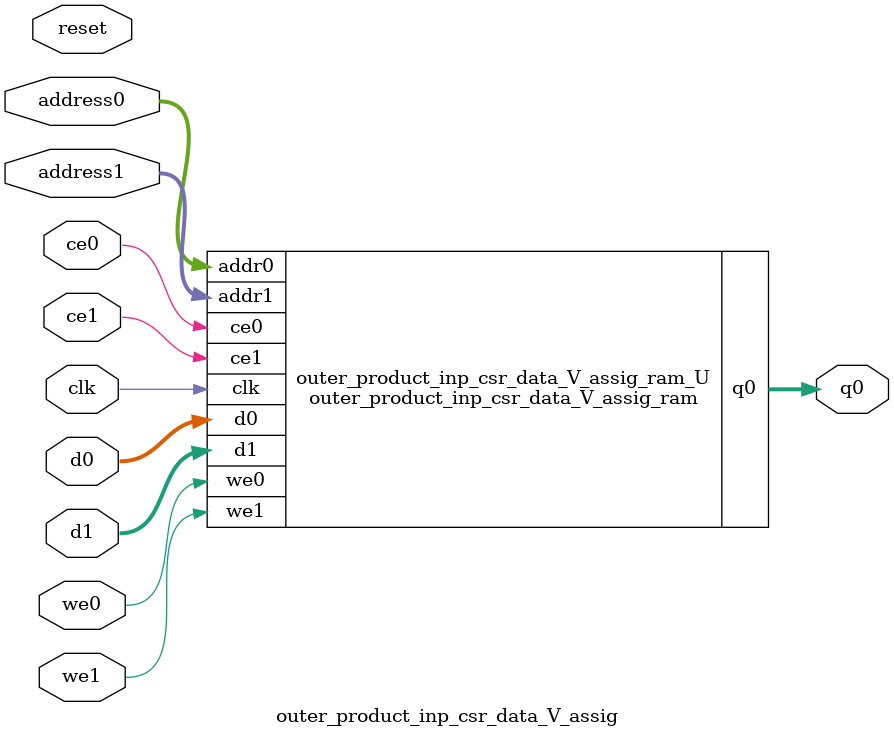
<source format=v>
`timescale 1 ns / 1 ps
module outer_product_inp_csr_data_V_assig_ram (addr0, ce0, d0, we0, q0, addr1, ce1, d1, we1,  clk);

parameter DWIDTH = 32;
parameter AWIDTH = 5;
parameter MEM_SIZE = 20;

input[AWIDTH-1:0] addr0;
input ce0;
input[DWIDTH-1:0] d0;
input we0;
output reg[DWIDTH-1:0] q0;
input[AWIDTH-1:0] addr1;
input ce1;
input[DWIDTH-1:0] d1;
input we1;
input clk;

(* ram_style = "block" *)reg [DWIDTH-1:0] ram[0:MEM_SIZE-1];




always @(posedge clk)  
begin 
    if (ce0) 
    begin
        if (we0) 
        begin 
            ram[addr0] <= d0; 
        end 
        q0 <= ram[addr0];
    end
end


always @(posedge clk)  
begin 
    if (ce1) 
    begin
        if (we1) 
        begin 
            ram[addr1] <= d1; 
        end 
    end
end


endmodule

`timescale 1 ns / 1 ps
module outer_product_inp_csr_data_V_assig(
    reset,
    clk,
    address0,
    ce0,
    we0,
    d0,
    q0,
    address1,
    ce1,
    we1,
    d1);

parameter DataWidth = 32'd32;
parameter AddressRange = 32'd20;
parameter AddressWidth = 32'd5;
input reset;
input clk;
input[AddressWidth - 1:0] address0;
input ce0;
input we0;
input[DataWidth - 1:0] d0;
output[DataWidth - 1:0] q0;
input[AddressWidth - 1:0] address1;
input ce1;
input we1;
input[DataWidth - 1:0] d1;



outer_product_inp_csr_data_V_assig_ram outer_product_inp_csr_data_V_assig_ram_U(
    .clk( clk ),
    .addr0( address0 ),
    .ce0( ce0 ),
    .we0( we0 ),
    .d0( d0 ),
    .q0( q0 ),
    .addr1( address1 ),
    .ce1( ce1 ),
    .we1( we1 ),
    .d1( d1 ));

endmodule


</source>
